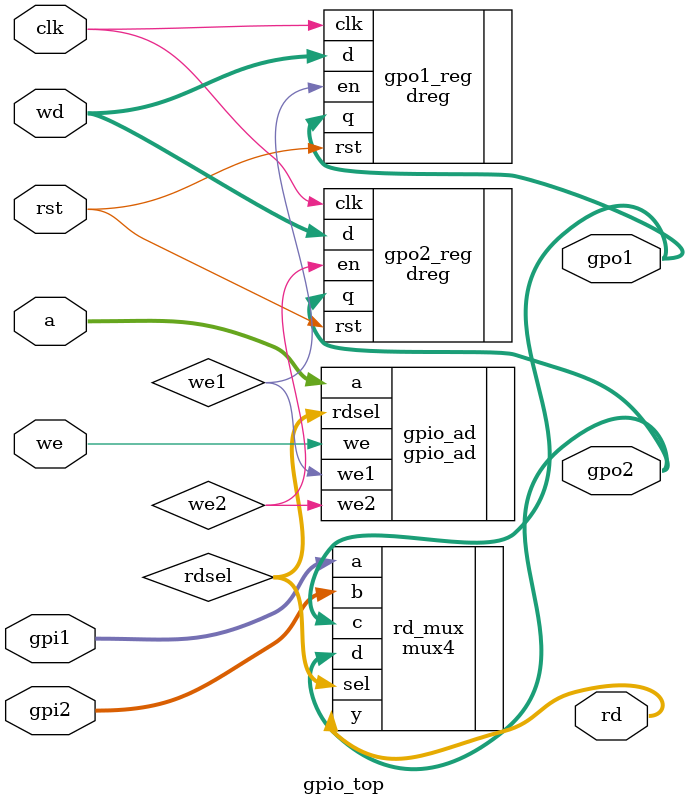
<source format=v>
module gpio_top (
    input clk,
    input rst,
    input [1:0] a,
    input we,
    input [31:0] wd,
    input [31:0] gpi1,
    input [31:0] gpi2,

    output [31:0] rd,
    output [31:0] gpo1,
    output [31:0] gpo2
);
  wire we2;
  wire we1;
  wire [1:0] rdsel;

  gpio_ad gpio_ad (
      .a(a),
      .we(we),
      .we2(we2),
      .we1(we1),
      .rdsel(rdsel)
  );
  dreg gpo1_reg (
      .d  (wd),
      .en (we1),
      .rst(rst),
      .clk(clk),
      .q  (gpo1)
  );
  dreg gpo2_reg (
      .d  (wd),
      .en (we2),
      .rst(rst),
      .clk(clk),
      .q  (gpo2)
  );
  mux4 #(32) rd_mux (
      .a  (gpi1),
      .b  (gpi2),
      .c  (gpo1),
      .d  (gpo2),
      .sel(rdsel),
      .y  (rd)
  );
endmodule

</source>
